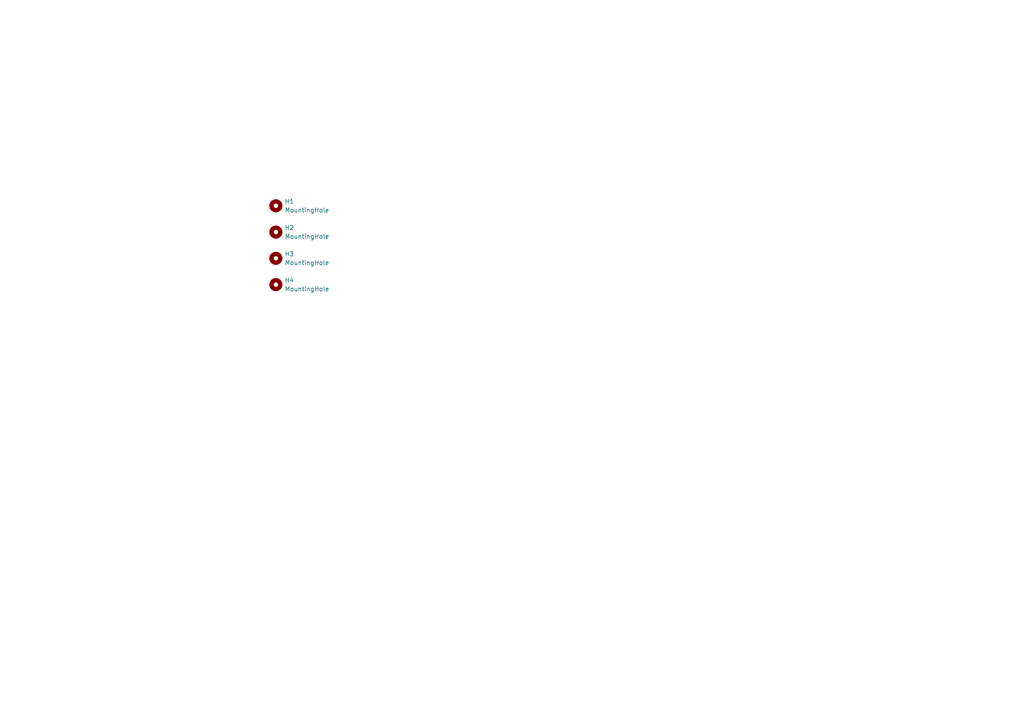
<source format=kicad_sch>
(kicad_sch (version 20250114) (generator "eeschema") (generator_version "9.0")
  (paper "A4")
  (lib_symbols
    (symbol "Mechanical:MountingHole" (pin_names (offset 1.016)) (in_bom no)
      (property "Reference" "H" (at 0 5.08 0))
      (property "Value" "MountingHole" (at 0 3.175 0))
      (symbol "MountingHole_0_1"
        (circle (center 0 0) (radius 1.27) (stroke (width 1.27)))
      )
    )
  )
  (symbol (lib_id "Mechanical:MountingHole") (at 80.01 82.55 0) (unit 1) (in_bom no)
    (property "Reference" "H4" (at 82.55 81.2799 0) (effects (justify left)))
    (property "Value" "MountingHole" (at 82.55 83.8199 0) (effects (justify left)))
    (property "Footprint" "Cu_MountingHoles:MountingHole1" (effects (hide yes)))
    (property "Description" "Mounting Hole without connection" (effects (hide yes)))
  )
  (symbol (lib_id "Mechanical:MountingHole") (at 80.01 67.31 0) (unit 1) (in_bom no)
    (property "Reference" "H2" (at 82.55 66.0399 0) (effects (justify left)))
    (property "Value" "MountingHole" (at 82.55 68.5799 0) (effects (justify left)))
    (property "Footprint" "Cu_MountingHoles:MountingHole1" (effects (hide yes)))
    (property "Description" "Mounting Hole without connection" (effects (hide yes)))
  )
  (symbol (lib_id "Mechanical:MountingHole") (at 80.01 59.69 0) (unit 1) (in_bom no)
    (property "Reference" "H1" (at 82.55 58.4199 0) (effects (justify left)))
    (property "Value" "MountingHole" (at 82.55 60.9599 0) (effects (justify left)))
    (property "Footprint" "Cu_MountingHoles:MountingHole1" (effects (hide yes)))
    (property "Description" "Mounting Hole without connection" (effects (hide yes)))
  )
  (symbol (lib_id "Mechanical:MountingHole") (at 80.01 74.93 0) (unit 1) (in_bom no)
    (property "Reference" "H3" (at 82.55 73.6599 0) (effects (justify left)))
    (property "Value" "MountingHole" (at 82.55 76.1999 0) (effects (justify left)))
    (property "Footprint" "Cu_MountingHoles:MountingHole1" (effects (hide yes)))
    (property "Description" "Mounting Hole without connection" (effects (hide yes)))
  )
)
</source>
